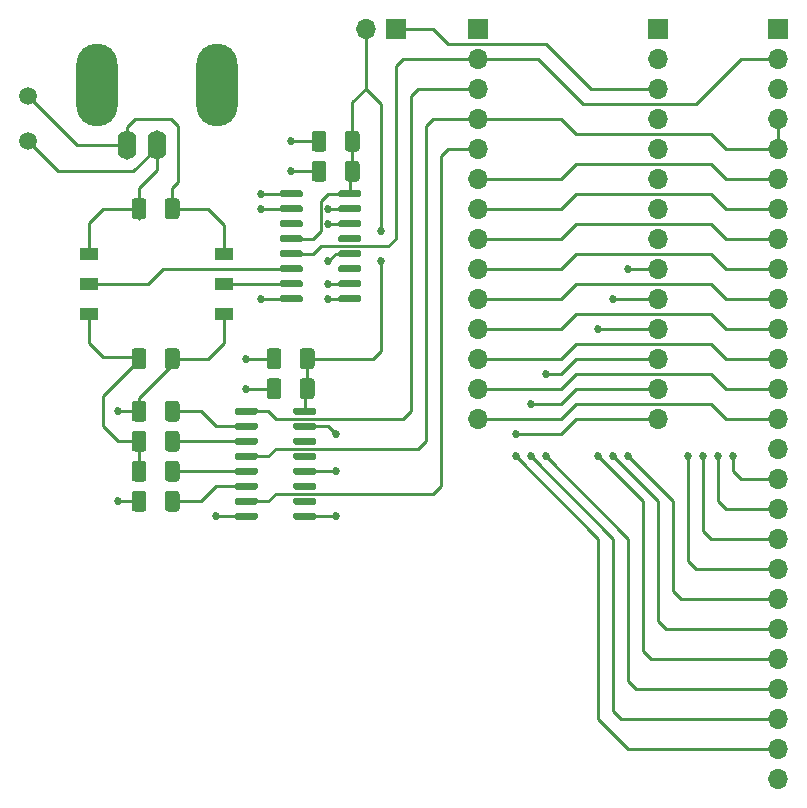
<source format=gbr>
G04 #@! TF.GenerationSoftware,KiCad,Pcbnew,5.1.6*
G04 #@! TF.CreationDate,2020-08-01T17:21:50-05:00*
G04 #@! TF.ProjectId,pcb,7063622e-6b69-4636-9164-5f7063625858,rev?*
G04 #@! TF.SameCoordinates,Original*
G04 #@! TF.FileFunction,Copper,L1,Top*
G04 #@! TF.FilePolarity,Positive*
%FSLAX46Y46*%
G04 Gerber Fmt 4.6, Leading zero omitted, Abs format (unit mm)*
G04 Created by KiCad (PCBNEW 5.1.6) date 2020-08-01 17:21:50*
%MOMM*%
%LPD*%
G01*
G04 APERTURE LIST*
G04 #@! TA.AperFunction,ComponentPad*
%ADD10O,1.700000X1.700000*%
G04 #@! TD*
G04 #@! TA.AperFunction,ComponentPad*
%ADD11R,1.700000X1.700000*%
G04 #@! TD*
G04 #@! TA.AperFunction,ComponentPad*
%ADD12C,1.500000*%
G04 #@! TD*
G04 #@! TA.AperFunction,ComponentPad*
%ADD13O,1.600000X2.500000*%
G04 #@! TD*
G04 #@! TA.AperFunction,ComponentPad*
%ADD14O,3.500000X7.000000*%
G04 #@! TD*
G04 #@! TA.AperFunction,SMDPad,CuDef*
%ADD15R,1.524000X1.016000*%
G04 #@! TD*
G04 #@! TA.AperFunction,ViaPad*
%ADD16C,0.685800*%
G04 #@! TD*
G04 #@! TA.AperFunction,Conductor*
%ADD17C,0.254000*%
G04 #@! TD*
G04 #@! TA.AperFunction,Conductor*
%ADD18C,0.152400*%
G04 #@! TD*
G04 APERTURE END LIST*
D10*
X78105000Y-127000000D03*
X78105000Y-124460000D03*
X78105000Y-121920000D03*
X78105000Y-119380000D03*
X78105000Y-116840000D03*
X78105000Y-114300000D03*
X78105000Y-111760000D03*
X78105000Y-109220000D03*
X78105000Y-106680000D03*
X78105000Y-104140000D03*
X78105000Y-101600000D03*
X78105000Y-99060000D03*
X78105000Y-96520000D03*
X78105000Y-93980000D03*
X78105000Y-91440000D03*
X78105000Y-88900000D03*
X78105000Y-86360000D03*
X78105000Y-83820000D03*
X78105000Y-81280000D03*
X78105000Y-78740000D03*
X78105000Y-76200000D03*
X78105000Y-73660000D03*
X78105000Y-71120000D03*
X78105000Y-68580000D03*
X78105000Y-66040000D03*
D11*
X78105000Y-63500000D03*
D10*
X43180000Y-63500000D03*
D11*
X45720000Y-63500000D03*
D10*
X67945000Y-96520000D03*
X67945000Y-93980000D03*
X67945000Y-91440000D03*
X67945000Y-88900000D03*
X67945000Y-86360000D03*
X67945000Y-83820000D03*
X67945000Y-81280000D03*
X67945000Y-78740000D03*
X67945000Y-76200000D03*
X67945000Y-73660000D03*
X67945000Y-71120000D03*
X67945000Y-68580000D03*
X67945000Y-66040000D03*
D11*
X67945000Y-63500000D03*
D10*
X52705000Y-96520000D03*
X52705000Y-93980000D03*
X52705000Y-91440000D03*
X52705000Y-88900000D03*
X52705000Y-86360000D03*
X52705000Y-83820000D03*
X52705000Y-81280000D03*
X52705000Y-78740000D03*
X52705000Y-76200000D03*
X52705000Y-73660000D03*
X52705000Y-71120000D03*
X52705000Y-68580000D03*
X52705000Y-66040000D03*
D11*
X52705000Y-63500000D03*
G04 #@! TA.AperFunction,SMDPad,CuDef*
G36*
G01*
X37060000Y-96035000D02*
X37060000Y-95735000D01*
G75*
G02*
X37210000Y-95585000I150000J0D01*
G01*
X38860000Y-95585000D01*
G75*
G02*
X39010000Y-95735000I0J-150000D01*
G01*
X39010000Y-96035000D01*
G75*
G02*
X38860000Y-96185000I-150000J0D01*
G01*
X37210000Y-96185000D01*
G75*
G02*
X37060000Y-96035000I0J150000D01*
G01*
G37*
G04 #@! TD.AperFunction*
G04 #@! TA.AperFunction,SMDPad,CuDef*
G36*
G01*
X37060000Y-97305000D02*
X37060000Y-97005000D01*
G75*
G02*
X37210000Y-96855000I150000J0D01*
G01*
X38860000Y-96855000D01*
G75*
G02*
X39010000Y-97005000I0J-150000D01*
G01*
X39010000Y-97305000D01*
G75*
G02*
X38860000Y-97455000I-150000J0D01*
G01*
X37210000Y-97455000D01*
G75*
G02*
X37060000Y-97305000I0J150000D01*
G01*
G37*
G04 #@! TD.AperFunction*
G04 #@! TA.AperFunction,SMDPad,CuDef*
G36*
G01*
X37060000Y-98575000D02*
X37060000Y-98275000D01*
G75*
G02*
X37210000Y-98125000I150000J0D01*
G01*
X38860000Y-98125000D01*
G75*
G02*
X39010000Y-98275000I0J-150000D01*
G01*
X39010000Y-98575000D01*
G75*
G02*
X38860000Y-98725000I-150000J0D01*
G01*
X37210000Y-98725000D01*
G75*
G02*
X37060000Y-98575000I0J150000D01*
G01*
G37*
G04 #@! TD.AperFunction*
G04 #@! TA.AperFunction,SMDPad,CuDef*
G36*
G01*
X37060000Y-99845000D02*
X37060000Y-99545000D01*
G75*
G02*
X37210000Y-99395000I150000J0D01*
G01*
X38860000Y-99395000D01*
G75*
G02*
X39010000Y-99545000I0J-150000D01*
G01*
X39010000Y-99845000D01*
G75*
G02*
X38860000Y-99995000I-150000J0D01*
G01*
X37210000Y-99995000D01*
G75*
G02*
X37060000Y-99845000I0J150000D01*
G01*
G37*
G04 #@! TD.AperFunction*
G04 #@! TA.AperFunction,SMDPad,CuDef*
G36*
G01*
X37060000Y-101115000D02*
X37060000Y-100815000D01*
G75*
G02*
X37210000Y-100665000I150000J0D01*
G01*
X38860000Y-100665000D01*
G75*
G02*
X39010000Y-100815000I0J-150000D01*
G01*
X39010000Y-101115000D01*
G75*
G02*
X38860000Y-101265000I-150000J0D01*
G01*
X37210000Y-101265000D01*
G75*
G02*
X37060000Y-101115000I0J150000D01*
G01*
G37*
G04 #@! TD.AperFunction*
G04 #@! TA.AperFunction,SMDPad,CuDef*
G36*
G01*
X37060000Y-102385000D02*
X37060000Y-102085000D01*
G75*
G02*
X37210000Y-101935000I150000J0D01*
G01*
X38860000Y-101935000D01*
G75*
G02*
X39010000Y-102085000I0J-150000D01*
G01*
X39010000Y-102385000D01*
G75*
G02*
X38860000Y-102535000I-150000J0D01*
G01*
X37210000Y-102535000D01*
G75*
G02*
X37060000Y-102385000I0J150000D01*
G01*
G37*
G04 #@! TD.AperFunction*
G04 #@! TA.AperFunction,SMDPad,CuDef*
G36*
G01*
X37060000Y-103655000D02*
X37060000Y-103355000D01*
G75*
G02*
X37210000Y-103205000I150000J0D01*
G01*
X38860000Y-103205000D01*
G75*
G02*
X39010000Y-103355000I0J-150000D01*
G01*
X39010000Y-103655000D01*
G75*
G02*
X38860000Y-103805000I-150000J0D01*
G01*
X37210000Y-103805000D01*
G75*
G02*
X37060000Y-103655000I0J150000D01*
G01*
G37*
G04 #@! TD.AperFunction*
G04 #@! TA.AperFunction,SMDPad,CuDef*
G36*
G01*
X37060000Y-104925000D02*
X37060000Y-104625000D01*
G75*
G02*
X37210000Y-104475000I150000J0D01*
G01*
X38860000Y-104475000D01*
G75*
G02*
X39010000Y-104625000I0J-150000D01*
G01*
X39010000Y-104925000D01*
G75*
G02*
X38860000Y-105075000I-150000J0D01*
G01*
X37210000Y-105075000D01*
G75*
G02*
X37060000Y-104925000I0J150000D01*
G01*
G37*
G04 #@! TD.AperFunction*
G04 #@! TA.AperFunction,SMDPad,CuDef*
G36*
G01*
X32110000Y-104925000D02*
X32110000Y-104625000D01*
G75*
G02*
X32260000Y-104475000I150000J0D01*
G01*
X33910000Y-104475000D01*
G75*
G02*
X34060000Y-104625000I0J-150000D01*
G01*
X34060000Y-104925000D01*
G75*
G02*
X33910000Y-105075000I-150000J0D01*
G01*
X32260000Y-105075000D01*
G75*
G02*
X32110000Y-104925000I0J150000D01*
G01*
G37*
G04 #@! TD.AperFunction*
G04 #@! TA.AperFunction,SMDPad,CuDef*
G36*
G01*
X32110000Y-103655000D02*
X32110000Y-103355000D01*
G75*
G02*
X32260000Y-103205000I150000J0D01*
G01*
X33910000Y-103205000D01*
G75*
G02*
X34060000Y-103355000I0J-150000D01*
G01*
X34060000Y-103655000D01*
G75*
G02*
X33910000Y-103805000I-150000J0D01*
G01*
X32260000Y-103805000D01*
G75*
G02*
X32110000Y-103655000I0J150000D01*
G01*
G37*
G04 #@! TD.AperFunction*
G04 #@! TA.AperFunction,SMDPad,CuDef*
G36*
G01*
X32110000Y-102385000D02*
X32110000Y-102085000D01*
G75*
G02*
X32260000Y-101935000I150000J0D01*
G01*
X33910000Y-101935000D01*
G75*
G02*
X34060000Y-102085000I0J-150000D01*
G01*
X34060000Y-102385000D01*
G75*
G02*
X33910000Y-102535000I-150000J0D01*
G01*
X32260000Y-102535000D01*
G75*
G02*
X32110000Y-102385000I0J150000D01*
G01*
G37*
G04 #@! TD.AperFunction*
G04 #@! TA.AperFunction,SMDPad,CuDef*
G36*
G01*
X32110000Y-101115000D02*
X32110000Y-100815000D01*
G75*
G02*
X32260000Y-100665000I150000J0D01*
G01*
X33910000Y-100665000D01*
G75*
G02*
X34060000Y-100815000I0J-150000D01*
G01*
X34060000Y-101115000D01*
G75*
G02*
X33910000Y-101265000I-150000J0D01*
G01*
X32260000Y-101265000D01*
G75*
G02*
X32110000Y-101115000I0J150000D01*
G01*
G37*
G04 #@! TD.AperFunction*
G04 #@! TA.AperFunction,SMDPad,CuDef*
G36*
G01*
X32110000Y-99845000D02*
X32110000Y-99545000D01*
G75*
G02*
X32260000Y-99395000I150000J0D01*
G01*
X33910000Y-99395000D01*
G75*
G02*
X34060000Y-99545000I0J-150000D01*
G01*
X34060000Y-99845000D01*
G75*
G02*
X33910000Y-99995000I-150000J0D01*
G01*
X32260000Y-99995000D01*
G75*
G02*
X32110000Y-99845000I0J150000D01*
G01*
G37*
G04 #@! TD.AperFunction*
G04 #@! TA.AperFunction,SMDPad,CuDef*
G36*
G01*
X32110000Y-98575000D02*
X32110000Y-98275000D01*
G75*
G02*
X32260000Y-98125000I150000J0D01*
G01*
X33910000Y-98125000D01*
G75*
G02*
X34060000Y-98275000I0J-150000D01*
G01*
X34060000Y-98575000D01*
G75*
G02*
X33910000Y-98725000I-150000J0D01*
G01*
X32260000Y-98725000D01*
G75*
G02*
X32110000Y-98575000I0J150000D01*
G01*
G37*
G04 #@! TD.AperFunction*
G04 #@! TA.AperFunction,SMDPad,CuDef*
G36*
G01*
X32110000Y-97305000D02*
X32110000Y-97005000D01*
G75*
G02*
X32260000Y-96855000I150000J0D01*
G01*
X33910000Y-96855000D01*
G75*
G02*
X34060000Y-97005000I0J-150000D01*
G01*
X34060000Y-97305000D01*
G75*
G02*
X33910000Y-97455000I-150000J0D01*
G01*
X32260000Y-97455000D01*
G75*
G02*
X32110000Y-97305000I0J150000D01*
G01*
G37*
G04 #@! TD.AperFunction*
G04 #@! TA.AperFunction,SMDPad,CuDef*
G36*
G01*
X32110000Y-96035000D02*
X32110000Y-95735000D01*
G75*
G02*
X32260000Y-95585000I150000J0D01*
G01*
X33910000Y-95585000D01*
G75*
G02*
X34060000Y-95735000I0J-150000D01*
G01*
X34060000Y-96035000D01*
G75*
G02*
X33910000Y-96185000I-150000J0D01*
G01*
X32260000Y-96185000D01*
G75*
G02*
X32110000Y-96035000I0J150000D01*
G01*
G37*
G04 #@! TD.AperFunction*
D12*
X14605000Y-69215000D03*
X14605000Y-73025000D03*
G04 #@! TA.AperFunction,SMDPad,CuDef*
G36*
G01*
X40870000Y-77620000D02*
X40870000Y-77320000D01*
G75*
G02*
X41020000Y-77170000I150000J0D01*
G01*
X42670000Y-77170000D01*
G75*
G02*
X42820000Y-77320000I0J-150000D01*
G01*
X42820000Y-77620000D01*
G75*
G02*
X42670000Y-77770000I-150000J0D01*
G01*
X41020000Y-77770000D01*
G75*
G02*
X40870000Y-77620000I0J150000D01*
G01*
G37*
G04 #@! TD.AperFunction*
G04 #@! TA.AperFunction,SMDPad,CuDef*
G36*
G01*
X40870000Y-78890000D02*
X40870000Y-78590000D01*
G75*
G02*
X41020000Y-78440000I150000J0D01*
G01*
X42670000Y-78440000D01*
G75*
G02*
X42820000Y-78590000I0J-150000D01*
G01*
X42820000Y-78890000D01*
G75*
G02*
X42670000Y-79040000I-150000J0D01*
G01*
X41020000Y-79040000D01*
G75*
G02*
X40870000Y-78890000I0J150000D01*
G01*
G37*
G04 #@! TD.AperFunction*
G04 #@! TA.AperFunction,SMDPad,CuDef*
G36*
G01*
X40870000Y-80160000D02*
X40870000Y-79860000D01*
G75*
G02*
X41020000Y-79710000I150000J0D01*
G01*
X42670000Y-79710000D01*
G75*
G02*
X42820000Y-79860000I0J-150000D01*
G01*
X42820000Y-80160000D01*
G75*
G02*
X42670000Y-80310000I-150000J0D01*
G01*
X41020000Y-80310000D01*
G75*
G02*
X40870000Y-80160000I0J150000D01*
G01*
G37*
G04 #@! TD.AperFunction*
G04 #@! TA.AperFunction,SMDPad,CuDef*
G36*
G01*
X40870000Y-81430000D02*
X40870000Y-81130000D01*
G75*
G02*
X41020000Y-80980000I150000J0D01*
G01*
X42670000Y-80980000D01*
G75*
G02*
X42820000Y-81130000I0J-150000D01*
G01*
X42820000Y-81430000D01*
G75*
G02*
X42670000Y-81580000I-150000J0D01*
G01*
X41020000Y-81580000D01*
G75*
G02*
X40870000Y-81430000I0J150000D01*
G01*
G37*
G04 #@! TD.AperFunction*
G04 #@! TA.AperFunction,SMDPad,CuDef*
G36*
G01*
X40870000Y-82700000D02*
X40870000Y-82400000D01*
G75*
G02*
X41020000Y-82250000I150000J0D01*
G01*
X42670000Y-82250000D01*
G75*
G02*
X42820000Y-82400000I0J-150000D01*
G01*
X42820000Y-82700000D01*
G75*
G02*
X42670000Y-82850000I-150000J0D01*
G01*
X41020000Y-82850000D01*
G75*
G02*
X40870000Y-82700000I0J150000D01*
G01*
G37*
G04 #@! TD.AperFunction*
G04 #@! TA.AperFunction,SMDPad,CuDef*
G36*
G01*
X40870000Y-83970000D02*
X40870000Y-83670000D01*
G75*
G02*
X41020000Y-83520000I150000J0D01*
G01*
X42670000Y-83520000D01*
G75*
G02*
X42820000Y-83670000I0J-150000D01*
G01*
X42820000Y-83970000D01*
G75*
G02*
X42670000Y-84120000I-150000J0D01*
G01*
X41020000Y-84120000D01*
G75*
G02*
X40870000Y-83970000I0J150000D01*
G01*
G37*
G04 #@! TD.AperFunction*
G04 #@! TA.AperFunction,SMDPad,CuDef*
G36*
G01*
X40870000Y-85240000D02*
X40870000Y-84940000D01*
G75*
G02*
X41020000Y-84790000I150000J0D01*
G01*
X42670000Y-84790000D01*
G75*
G02*
X42820000Y-84940000I0J-150000D01*
G01*
X42820000Y-85240000D01*
G75*
G02*
X42670000Y-85390000I-150000J0D01*
G01*
X41020000Y-85390000D01*
G75*
G02*
X40870000Y-85240000I0J150000D01*
G01*
G37*
G04 #@! TD.AperFunction*
G04 #@! TA.AperFunction,SMDPad,CuDef*
G36*
G01*
X40870000Y-86510000D02*
X40870000Y-86210000D01*
G75*
G02*
X41020000Y-86060000I150000J0D01*
G01*
X42670000Y-86060000D01*
G75*
G02*
X42820000Y-86210000I0J-150000D01*
G01*
X42820000Y-86510000D01*
G75*
G02*
X42670000Y-86660000I-150000J0D01*
G01*
X41020000Y-86660000D01*
G75*
G02*
X40870000Y-86510000I0J150000D01*
G01*
G37*
G04 #@! TD.AperFunction*
G04 #@! TA.AperFunction,SMDPad,CuDef*
G36*
G01*
X35920000Y-86510000D02*
X35920000Y-86210000D01*
G75*
G02*
X36070000Y-86060000I150000J0D01*
G01*
X37720000Y-86060000D01*
G75*
G02*
X37870000Y-86210000I0J-150000D01*
G01*
X37870000Y-86510000D01*
G75*
G02*
X37720000Y-86660000I-150000J0D01*
G01*
X36070000Y-86660000D01*
G75*
G02*
X35920000Y-86510000I0J150000D01*
G01*
G37*
G04 #@! TD.AperFunction*
G04 #@! TA.AperFunction,SMDPad,CuDef*
G36*
G01*
X35920000Y-85240000D02*
X35920000Y-84940000D01*
G75*
G02*
X36070000Y-84790000I150000J0D01*
G01*
X37720000Y-84790000D01*
G75*
G02*
X37870000Y-84940000I0J-150000D01*
G01*
X37870000Y-85240000D01*
G75*
G02*
X37720000Y-85390000I-150000J0D01*
G01*
X36070000Y-85390000D01*
G75*
G02*
X35920000Y-85240000I0J150000D01*
G01*
G37*
G04 #@! TD.AperFunction*
G04 #@! TA.AperFunction,SMDPad,CuDef*
G36*
G01*
X35920000Y-83970000D02*
X35920000Y-83670000D01*
G75*
G02*
X36070000Y-83520000I150000J0D01*
G01*
X37720000Y-83520000D01*
G75*
G02*
X37870000Y-83670000I0J-150000D01*
G01*
X37870000Y-83970000D01*
G75*
G02*
X37720000Y-84120000I-150000J0D01*
G01*
X36070000Y-84120000D01*
G75*
G02*
X35920000Y-83970000I0J150000D01*
G01*
G37*
G04 #@! TD.AperFunction*
G04 #@! TA.AperFunction,SMDPad,CuDef*
G36*
G01*
X35920000Y-82700000D02*
X35920000Y-82400000D01*
G75*
G02*
X36070000Y-82250000I150000J0D01*
G01*
X37720000Y-82250000D01*
G75*
G02*
X37870000Y-82400000I0J-150000D01*
G01*
X37870000Y-82700000D01*
G75*
G02*
X37720000Y-82850000I-150000J0D01*
G01*
X36070000Y-82850000D01*
G75*
G02*
X35920000Y-82700000I0J150000D01*
G01*
G37*
G04 #@! TD.AperFunction*
G04 #@! TA.AperFunction,SMDPad,CuDef*
G36*
G01*
X35920000Y-81430000D02*
X35920000Y-81130000D01*
G75*
G02*
X36070000Y-80980000I150000J0D01*
G01*
X37720000Y-80980000D01*
G75*
G02*
X37870000Y-81130000I0J-150000D01*
G01*
X37870000Y-81430000D01*
G75*
G02*
X37720000Y-81580000I-150000J0D01*
G01*
X36070000Y-81580000D01*
G75*
G02*
X35920000Y-81430000I0J150000D01*
G01*
G37*
G04 #@! TD.AperFunction*
G04 #@! TA.AperFunction,SMDPad,CuDef*
G36*
G01*
X35920000Y-80160000D02*
X35920000Y-79860000D01*
G75*
G02*
X36070000Y-79710000I150000J0D01*
G01*
X37720000Y-79710000D01*
G75*
G02*
X37870000Y-79860000I0J-150000D01*
G01*
X37870000Y-80160000D01*
G75*
G02*
X37720000Y-80310000I-150000J0D01*
G01*
X36070000Y-80310000D01*
G75*
G02*
X35920000Y-80160000I0J150000D01*
G01*
G37*
G04 #@! TD.AperFunction*
G04 #@! TA.AperFunction,SMDPad,CuDef*
G36*
G01*
X35920000Y-78890000D02*
X35920000Y-78590000D01*
G75*
G02*
X36070000Y-78440000I150000J0D01*
G01*
X37720000Y-78440000D01*
G75*
G02*
X37870000Y-78590000I0J-150000D01*
G01*
X37870000Y-78890000D01*
G75*
G02*
X37720000Y-79040000I-150000J0D01*
G01*
X36070000Y-79040000D01*
G75*
G02*
X35920000Y-78890000I0J150000D01*
G01*
G37*
G04 #@! TD.AperFunction*
G04 #@! TA.AperFunction,SMDPad,CuDef*
G36*
G01*
X35920000Y-77620000D02*
X35920000Y-77320000D01*
G75*
G02*
X36070000Y-77170000I150000J0D01*
G01*
X37720000Y-77170000D01*
G75*
G02*
X37870000Y-77320000I0J-150000D01*
G01*
X37870000Y-77620000D01*
G75*
G02*
X37720000Y-77770000I-150000J0D01*
G01*
X36070000Y-77770000D01*
G75*
G02*
X35920000Y-77620000I0J150000D01*
G01*
G37*
G04 #@! TD.AperFunction*
D13*
X22940000Y-73320000D03*
X25480000Y-73320000D03*
D14*
X30560000Y-68240000D03*
X20400000Y-68240000D03*
G04 #@! TA.AperFunction,SMDPad,CuDef*
G36*
G01*
X26175000Y-79365000D02*
X26175000Y-78115000D01*
G75*
G02*
X26425000Y-77865000I250000J0D01*
G01*
X27175000Y-77865000D01*
G75*
G02*
X27425000Y-78115000I0J-250000D01*
G01*
X27425000Y-79365000D01*
G75*
G02*
X27175000Y-79615000I-250000J0D01*
G01*
X26425000Y-79615000D01*
G75*
G02*
X26175000Y-79365000I0J250000D01*
G01*
G37*
G04 #@! TD.AperFunction*
G04 #@! TA.AperFunction,SMDPad,CuDef*
G36*
G01*
X23375000Y-79365000D02*
X23375000Y-78115000D01*
G75*
G02*
X23625000Y-77865000I250000J0D01*
G01*
X24375000Y-77865000D01*
G75*
G02*
X24625000Y-78115000I0J-250000D01*
G01*
X24625000Y-79365000D01*
G75*
G02*
X24375000Y-79615000I-250000J0D01*
G01*
X23625000Y-79615000D01*
G75*
G02*
X23375000Y-79365000I0J250000D01*
G01*
G37*
G04 #@! TD.AperFunction*
G04 #@! TA.AperFunction,SMDPad,CuDef*
G36*
G01*
X24625000Y-90815000D02*
X24625000Y-92065000D01*
G75*
G02*
X24375000Y-92315000I-250000J0D01*
G01*
X23625000Y-92315000D01*
G75*
G02*
X23375000Y-92065000I0J250000D01*
G01*
X23375000Y-90815000D01*
G75*
G02*
X23625000Y-90565000I250000J0D01*
G01*
X24375000Y-90565000D01*
G75*
G02*
X24625000Y-90815000I0J-250000D01*
G01*
G37*
G04 #@! TD.AperFunction*
G04 #@! TA.AperFunction,SMDPad,CuDef*
G36*
G01*
X27425000Y-90815000D02*
X27425000Y-92065000D01*
G75*
G02*
X27175000Y-92315000I-250000J0D01*
G01*
X26425000Y-92315000D01*
G75*
G02*
X26175000Y-92065000I0J250000D01*
G01*
X26175000Y-90815000D01*
G75*
G02*
X26425000Y-90565000I250000J0D01*
G01*
X27175000Y-90565000D01*
G75*
G02*
X27425000Y-90815000I0J-250000D01*
G01*
G37*
G04 #@! TD.AperFunction*
G04 #@! TA.AperFunction,SMDPad,CuDef*
G36*
G01*
X26175000Y-104130000D02*
X26175000Y-102880000D01*
G75*
G02*
X26425000Y-102630000I250000J0D01*
G01*
X27175000Y-102630000D01*
G75*
G02*
X27425000Y-102880000I0J-250000D01*
G01*
X27425000Y-104130000D01*
G75*
G02*
X27175000Y-104380000I-250000J0D01*
G01*
X26425000Y-104380000D01*
G75*
G02*
X26175000Y-104130000I0J250000D01*
G01*
G37*
G04 #@! TD.AperFunction*
G04 #@! TA.AperFunction,SMDPad,CuDef*
G36*
G01*
X23375000Y-104130000D02*
X23375000Y-102880000D01*
G75*
G02*
X23625000Y-102630000I250000J0D01*
G01*
X24375000Y-102630000D01*
G75*
G02*
X24625000Y-102880000I0J-250000D01*
G01*
X24625000Y-104130000D01*
G75*
G02*
X24375000Y-104380000I-250000J0D01*
G01*
X23625000Y-104380000D01*
G75*
G02*
X23375000Y-104130000I0J250000D01*
G01*
G37*
G04 #@! TD.AperFunction*
G04 #@! TA.AperFunction,SMDPad,CuDef*
G36*
G01*
X26175000Y-101590000D02*
X26175000Y-100340000D01*
G75*
G02*
X26425000Y-100090000I250000J0D01*
G01*
X27175000Y-100090000D01*
G75*
G02*
X27425000Y-100340000I0J-250000D01*
G01*
X27425000Y-101590000D01*
G75*
G02*
X27175000Y-101840000I-250000J0D01*
G01*
X26425000Y-101840000D01*
G75*
G02*
X26175000Y-101590000I0J250000D01*
G01*
G37*
G04 #@! TD.AperFunction*
G04 #@! TA.AperFunction,SMDPad,CuDef*
G36*
G01*
X23375000Y-101590000D02*
X23375000Y-100340000D01*
G75*
G02*
X23625000Y-100090000I250000J0D01*
G01*
X24375000Y-100090000D01*
G75*
G02*
X24625000Y-100340000I0J-250000D01*
G01*
X24625000Y-101590000D01*
G75*
G02*
X24375000Y-101840000I-250000J0D01*
G01*
X23625000Y-101840000D01*
G75*
G02*
X23375000Y-101590000I0J250000D01*
G01*
G37*
G04 #@! TD.AperFunction*
G04 #@! TA.AperFunction,SMDPad,CuDef*
G36*
G01*
X24625000Y-95260000D02*
X24625000Y-96510000D01*
G75*
G02*
X24375000Y-96760000I-250000J0D01*
G01*
X23625000Y-96760000D01*
G75*
G02*
X23375000Y-96510000I0J250000D01*
G01*
X23375000Y-95260000D01*
G75*
G02*
X23625000Y-95010000I250000J0D01*
G01*
X24375000Y-95010000D01*
G75*
G02*
X24625000Y-95260000I0J-250000D01*
G01*
G37*
G04 #@! TD.AperFunction*
G04 #@! TA.AperFunction,SMDPad,CuDef*
G36*
G01*
X27425000Y-95260000D02*
X27425000Y-96510000D01*
G75*
G02*
X27175000Y-96760000I-250000J0D01*
G01*
X26425000Y-96760000D01*
G75*
G02*
X26175000Y-96510000I0J250000D01*
G01*
X26175000Y-95260000D01*
G75*
G02*
X26425000Y-95010000I250000J0D01*
G01*
X27175000Y-95010000D01*
G75*
G02*
X27425000Y-95260000I0J-250000D01*
G01*
G37*
G04 #@! TD.AperFunction*
G04 #@! TA.AperFunction,SMDPad,CuDef*
G36*
G01*
X26175000Y-99050000D02*
X26175000Y-97800000D01*
G75*
G02*
X26425000Y-97550000I250000J0D01*
G01*
X27175000Y-97550000D01*
G75*
G02*
X27425000Y-97800000I0J-250000D01*
G01*
X27425000Y-99050000D01*
G75*
G02*
X27175000Y-99300000I-250000J0D01*
G01*
X26425000Y-99300000D01*
G75*
G02*
X26175000Y-99050000I0J250000D01*
G01*
G37*
G04 #@! TD.AperFunction*
G04 #@! TA.AperFunction,SMDPad,CuDef*
G36*
G01*
X23375000Y-99050000D02*
X23375000Y-97800000D01*
G75*
G02*
X23625000Y-97550000I250000J0D01*
G01*
X24375000Y-97550000D01*
G75*
G02*
X24625000Y-97800000I0J-250000D01*
G01*
X24625000Y-99050000D01*
G75*
G02*
X24375000Y-99300000I-250000J0D01*
G01*
X23625000Y-99300000D01*
G75*
G02*
X23375000Y-99050000I0J250000D01*
G01*
G37*
G04 #@! TD.AperFunction*
G04 #@! TA.AperFunction,SMDPad,CuDef*
G36*
G01*
X39865000Y-72400000D02*
X39865000Y-73650000D01*
G75*
G02*
X39615000Y-73900000I-250000J0D01*
G01*
X38865000Y-73900000D01*
G75*
G02*
X38615000Y-73650000I0J250000D01*
G01*
X38615000Y-72400000D01*
G75*
G02*
X38865000Y-72150000I250000J0D01*
G01*
X39615000Y-72150000D01*
G75*
G02*
X39865000Y-72400000I0J-250000D01*
G01*
G37*
G04 #@! TD.AperFunction*
G04 #@! TA.AperFunction,SMDPad,CuDef*
G36*
G01*
X42665000Y-72400000D02*
X42665000Y-73650000D01*
G75*
G02*
X42415000Y-73900000I-250000J0D01*
G01*
X41665000Y-73900000D01*
G75*
G02*
X41415000Y-73650000I0J250000D01*
G01*
X41415000Y-72400000D01*
G75*
G02*
X41665000Y-72150000I250000J0D01*
G01*
X42415000Y-72150000D01*
G75*
G02*
X42665000Y-72400000I0J-250000D01*
G01*
G37*
G04 #@! TD.AperFunction*
G04 #@! TA.AperFunction,SMDPad,CuDef*
G36*
G01*
X39865000Y-74940000D02*
X39865000Y-76190000D01*
G75*
G02*
X39615000Y-76440000I-250000J0D01*
G01*
X38865000Y-76440000D01*
G75*
G02*
X38615000Y-76190000I0J250000D01*
G01*
X38615000Y-74940000D01*
G75*
G02*
X38865000Y-74690000I250000J0D01*
G01*
X39615000Y-74690000D01*
G75*
G02*
X39865000Y-74940000I0J-250000D01*
G01*
G37*
G04 #@! TD.AperFunction*
G04 #@! TA.AperFunction,SMDPad,CuDef*
G36*
G01*
X42665000Y-74940000D02*
X42665000Y-76190000D01*
G75*
G02*
X42415000Y-76440000I-250000J0D01*
G01*
X41665000Y-76440000D01*
G75*
G02*
X41415000Y-76190000I0J250000D01*
G01*
X41415000Y-74940000D01*
G75*
G02*
X41665000Y-74690000I250000J0D01*
G01*
X42415000Y-74690000D01*
G75*
G02*
X42665000Y-74940000I0J-250000D01*
G01*
G37*
G04 #@! TD.AperFunction*
G04 #@! TA.AperFunction,SMDPad,CuDef*
G36*
G01*
X36055000Y-90815000D02*
X36055000Y-92065000D01*
G75*
G02*
X35805000Y-92315000I-250000J0D01*
G01*
X35055000Y-92315000D01*
G75*
G02*
X34805000Y-92065000I0J250000D01*
G01*
X34805000Y-90815000D01*
G75*
G02*
X35055000Y-90565000I250000J0D01*
G01*
X35805000Y-90565000D01*
G75*
G02*
X36055000Y-90815000I0J-250000D01*
G01*
G37*
G04 #@! TD.AperFunction*
G04 #@! TA.AperFunction,SMDPad,CuDef*
G36*
G01*
X38855000Y-90815000D02*
X38855000Y-92065000D01*
G75*
G02*
X38605000Y-92315000I-250000J0D01*
G01*
X37855000Y-92315000D01*
G75*
G02*
X37605000Y-92065000I0J250000D01*
G01*
X37605000Y-90815000D01*
G75*
G02*
X37855000Y-90565000I250000J0D01*
G01*
X38605000Y-90565000D01*
G75*
G02*
X38855000Y-90815000I0J-250000D01*
G01*
G37*
G04 #@! TD.AperFunction*
G04 #@! TA.AperFunction,SMDPad,CuDef*
G36*
G01*
X36055000Y-93355000D02*
X36055000Y-94605000D01*
G75*
G02*
X35805000Y-94855000I-250000J0D01*
G01*
X35055000Y-94855000D01*
G75*
G02*
X34805000Y-94605000I0J250000D01*
G01*
X34805000Y-93355000D01*
G75*
G02*
X35055000Y-93105000I250000J0D01*
G01*
X35805000Y-93105000D01*
G75*
G02*
X36055000Y-93355000I0J-250000D01*
G01*
G37*
G04 #@! TD.AperFunction*
G04 #@! TA.AperFunction,SMDPad,CuDef*
G36*
G01*
X38855000Y-93355000D02*
X38855000Y-94605000D01*
G75*
G02*
X38605000Y-94855000I-250000J0D01*
G01*
X37855000Y-94855000D01*
G75*
G02*
X37605000Y-94605000I0J250000D01*
G01*
X37605000Y-93355000D01*
G75*
G02*
X37855000Y-93105000I250000J0D01*
G01*
X38605000Y-93105000D01*
G75*
G02*
X38855000Y-93355000I0J-250000D01*
G01*
G37*
G04 #@! TD.AperFunction*
D15*
X19765000Y-82550000D03*
X19765000Y-85090000D03*
X31195000Y-85090000D03*
X31195000Y-82550000D03*
X19765000Y-87630000D03*
X31195000Y-87630000D03*
D16*
X36830000Y-75565000D03*
X33020000Y-93980000D03*
X40640000Y-104775000D03*
X40640000Y-97790000D03*
X40640000Y-100965000D03*
X30480000Y-104775000D03*
X34290000Y-86360000D03*
X40005000Y-80010000D03*
X40005000Y-83185000D03*
X36830000Y-73025000D03*
X33020000Y-91440000D03*
X40005000Y-85090000D03*
X40005000Y-86360000D03*
X40005000Y-78740000D03*
X34290000Y-77470000D03*
X34290000Y-78740000D03*
X44450000Y-80645000D03*
X44450000Y-83185000D03*
X22225000Y-95885000D03*
X22225000Y-103505000D03*
X55880000Y-97790000D03*
X55880000Y-99695000D03*
X57150000Y-95250000D03*
X57150000Y-99695000D03*
X58420000Y-92710000D03*
X58420000Y-99695000D03*
X62865000Y-88900000D03*
X62865000Y-99695000D03*
X64135000Y-86360000D03*
X64135000Y-99695000D03*
X65405000Y-83820000D03*
X65405000Y-99695000D03*
X70485000Y-99695000D03*
X71755000Y-99695000D03*
X73025000Y-99695000D03*
X74295000Y-99695000D03*
D17*
X40640000Y-82550000D02*
X41845000Y-82550000D01*
X39240000Y-75565000D02*
X36830000Y-75565000D01*
X36830000Y-75565000D02*
X36830000Y-75565000D01*
X36830000Y-77405000D02*
X36895000Y-77470000D01*
X35430000Y-93980000D02*
X33020000Y-93980000D01*
X33020000Y-93980000D02*
X33020000Y-93980000D01*
X38035000Y-104775000D02*
X40640000Y-104775000D01*
X40640000Y-104775000D02*
X40640000Y-104775000D01*
X38035000Y-100965000D02*
X40640000Y-100965000D01*
X38035000Y-97155000D02*
X40005000Y-97155000D01*
X40005000Y-97155000D02*
X40640000Y-97790000D01*
X40640000Y-97790000D02*
X40640000Y-97790000D01*
X40640000Y-100965000D02*
X40640000Y-100965000D01*
X33085000Y-104775000D02*
X30480000Y-104775000D01*
X30480000Y-104775000D02*
X30480000Y-104775000D01*
X36895000Y-86360000D02*
X34290000Y-86360000D01*
X34290000Y-86360000D02*
X34290000Y-86360000D01*
X41910000Y-86425000D02*
X41845000Y-86360000D01*
X41845000Y-80010000D02*
X40005000Y-80010000D01*
X40005000Y-80010000D02*
X40005000Y-80010000D01*
X40005000Y-83185000D02*
X40005000Y-83185000D01*
X39240000Y-73025000D02*
X36830000Y-73025000D01*
X36830000Y-73025000D02*
X36830000Y-73025000D01*
X35430000Y-91440000D02*
X33020000Y-91440000D01*
X40005000Y-83185000D02*
X40640000Y-82550000D01*
X41845000Y-85090000D02*
X40005000Y-85090000D01*
X41845000Y-86360000D02*
X40005000Y-86360000D01*
X40005000Y-78740000D02*
X41845000Y-78740000D01*
X36895000Y-77470000D02*
X34290000Y-77470000D01*
X36895000Y-78740000D02*
X34290000Y-78740000D01*
X38035000Y-94175000D02*
X38230000Y-93980000D01*
X38035000Y-95885000D02*
X38035000Y-94175000D01*
X38230000Y-93980000D02*
X38230000Y-91440000D01*
X41845000Y-75760000D02*
X42040000Y-75565000D01*
X41845000Y-77470000D02*
X41845000Y-75760000D01*
X42040000Y-75565000D02*
X42040000Y-73025000D01*
X36895000Y-81280000D02*
X38735000Y-81280000D01*
X38735000Y-81280000D02*
X39370000Y-80645000D01*
X39370000Y-80645000D02*
X39370000Y-78105000D01*
X39370000Y-78105000D02*
X40005000Y-77470000D01*
X40005000Y-77470000D02*
X41845000Y-77470000D01*
X42040000Y-73025000D02*
X42040000Y-69720000D01*
X43180000Y-68580000D02*
X43180000Y-63500000D01*
X42040000Y-69720000D02*
X43180000Y-68580000D01*
X43180000Y-68580000D02*
X43815000Y-69215000D01*
X44450000Y-80645000D02*
X44450000Y-80645000D01*
X44450000Y-83185000D02*
X44450000Y-90805000D01*
X44450000Y-90805000D02*
X43815000Y-91440000D01*
X43180000Y-91440000D02*
X38230000Y-91440000D01*
X43180000Y-91440000D02*
X43815000Y-91440000D01*
X43815000Y-69215000D02*
X44450000Y-69850000D01*
X44450000Y-69850000D02*
X44450000Y-80645000D01*
X30480000Y-98425000D02*
X32965000Y-98425000D01*
X26800000Y-98425000D02*
X30480000Y-98425000D01*
X24000000Y-98425000D02*
X24000000Y-100965000D01*
X19765000Y-87630000D02*
X19765000Y-90090000D01*
X19765000Y-90090000D02*
X20955000Y-91280000D01*
X23840000Y-91280000D02*
X24000000Y-91440000D01*
X21115000Y-91280000D02*
X23840000Y-91280000D01*
X20955000Y-91280000D02*
X21115000Y-91280000D01*
X22225000Y-98425000D02*
X24000000Y-98425000D01*
X20955000Y-94615000D02*
X20955000Y-97155000D01*
X20955000Y-97155000D02*
X22225000Y-98425000D01*
X24000000Y-91570000D02*
X20955000Y-94615000D01*
X24000000Y-91440000D02*
X24000000Y-91570000D01*
X23375000Y-103505000D02*
X24000000Y-103505000D01*
X24000000Y-95885000D02*
X22225000Y-95885000D01*
X24000000Y-103505000D02*
X22225000Y-103505000D01*
X22225000Y-95885000D02*
X22225000Y-95885000D01*
X22225000Y-103505000D02*
X22225000Y-103505000D01*
X31195000Y-87630000D02*
X31195000Y-90090000D01*
X31195000Y-90090000D02*
X29845000Y-91440000D01*
X29845000Y-91440000D02*
X26800000Y-91440000D01*
X24000000Y-95885000D02*
X24000000Y-94745000D01*
X26800000Y-91945000D02*
X26800000Y-91440000D01*
X24000000Y-94745000D02*
X26800000Y-91945000D01*
X30480000Y-97155000D02*
X32965000Y-97155000D01*
X29210000Y-95885000D02*
X30480000Y-97155000D01*
X26800000Y-95885000D02*
X29210000Y-95885000D01*
X26800000Y-100965000D02*
X28575000Y-100965000D01*
X30480000Y-100965000D02*
X32965000Y-100965000D01*
X28575000Y-100965000D02*
X30480000Y-100965000D01*
X26800000Y-103505000D02*
X29210000Y-103505000D01*
X29210000Y-103505000D02*
X30480000Y-102235000D01*
X30480000Y-102235000D02*
X33085000Y-102235000D01*
D18*
X22940000Y-72470000D02*
X22940000Y-73320000D01*
D17*
X22940000Y-71816000D02*
X22940000Y-73320000D01*
X23636000Y-71120000D02*
X22940000Y-71816000D01*
X26670000Y-71120000D02*
X23636000Y-71120000D01*
D18*
X19685000Y-82550000D02*
X20320000Y-82550000D01*
D17*
X24000000Y-78740000D02*
X24000000Y-79615000D01*
X26070000Y-73320000D02*
X25480000Y-73320000D01*
X34925000Y-85090000D02*
X36895000Y-85090000D01*
X31195000Y-85090000D02*
X34925000Y-85090000D01*
X50165000Y-66040000D02*
X48260000Y-66040000D01*
X52705000Y-66040000D02*
X50165000Y-66040000D01*
X46990000Y-66040000D02*
X50165000Y-66040000D01*
X46355000Y-66040000D02*
X46990000Y-66040000D01*
X45720000Y-81280000D02*
X45720000Y-66675000D01*
X45085000Y-81915000D02*
X45720000Y-81280000D01*
X39370000Y-81915000D02*
X45085000Y-81915000D01*
X45720000Y-66675000D02*
X46355000Y-66040000D01*
X38735000Y-82550000D02*
X39370000Y-81915000D01*
X36895000Y-82550000D02*
X38735000Y-82550000D01*
X32965000Y-95885000D02*
X34925000Y-95885000D01*
X34925000Y-95885000D02*
X35560000Y-96520000D01*
X45720000Y-96520000D02*
X45720000Y-96520000D01*
X44450000Y-96520000D02*
X45085000Y-96520000D01*
X35560000Y-96520000D02*
X44450000Y-96520000D01*
X32965000Y-103505000D02*
X34925000Y-103505000D01*
X34925000Y-103505000D02*
X35560000Y-102870000D01*
X35560000Y-102870000D02*
X38862280Y-102870000D01*
X45085000Y-102870000D02*
X46990000Y-102870000D01*
X38735000Y-102870000D02*
X45085000Y-102870000D01*
X32965000Y-99695000D02*
X34925000Y-99695000D01*
X34925000Y-99695000D02*
X35560000Y-99060000D01*
X38735000Y-99060000D02*
X38862280Y-99060000D01*
X35560000Y-99060000D02*
X38735000Y-99060000D01*
X44450000Y-99060000D02*
X45720000Y-99060000D01*
X38735000Y-99060000D02*
X44450000Y-99060000D01*
X18710000Y-73320000D02*
X14605000Y-69215000D01*
X22940000Y-73320000D02*
X18710000Y-73320000D01*
X29845000Y-78740000D02*
X26800000Y-78740000D01*
X31195000Y-80090000D02*
X29845000Y-78740000D01*
X31195000Y-82550000D02*
X31195000Y-80090000D01*
X26670000Y-71120000D02*
X27305000Y-71755000D01*
X26800000Y-78740000D02*
X26800000Y-76965000D01*
X26800000Y-76965000D02*
X27305000Y-76460000D01*
X27305000Y-76460000D02*
X27305000Y-71755000D01*
X20955000Y-78740000D02*
X24000000Y-78740000D01*
X19765000Y-79930000D02*
X20955000Y-78740000D01*
X19765000Y-82550000D02*
X19765000Y-79930000D01*
X25480000Y-75485000D02*
X25480000Y-73320000D01*
X24000000Y-76965000D02*
X25480000Y-75485000D01*
X24000000Y-78740000D02*
X24000000Y-76965000D01*
X25480000Y-73320000D02*
X25480000Y-73580000D01*
X25480000Y-73580000D02*
X23495000Y-75565000D01*
X17145000Y-75565000D02*
X14605000Y-73025000D01*
X23495000Y-75565000D02*
X17145000Y-75565000D01*
X34925000Y-83820000D02*
X36895000Y-83820000D01*
X26035000Y-83820000D02*
X34925000Y-83820000D01*
X24765000Y-85090000D02*
X26035000Y-83820000D01*
X19765000Y-85090000D02*
X24765000Y-85090000D01*
X52705000Y-96520000D02*
X59690000Y-96520000D01*
X59690000Y-96520000D02*
X60960000Y-95250000D01*
X60960000Y-95250000D02*
X72390000Y-95250000D01*
X72390000Y-95250000D02*
X73660000Y-96520000D01*
X73660000Y-96520000D02*
X78105000Y-96520000D01*
X52705000Y-93980000D02*
X59690000Y-93980000D01*
X59690000Y-93980000D02*
X60960000Y-92710000D01*
X60960000Y-92710000D02*
X72390000Y-92710000D01*
X72390000Y-92710000D02*
X73660000Y-93980000D01*
X73660000Y-93980000D02*
X78105000Y-93980000D01*
X73660000Y-91440000D02*
X78105000Y-91440000D01*
X60960000Y-90170000D02*
X72390000Y-90170000D01*
X72390000Y-90170000D02*
X73660000Y-91440000D01*
X59690000Y-91440000D02*
X60960000Y-90170000D01*
X52705000Y-91440000D02*
X59690000Y-91440000D01*
X73660000Y-88900000D02*
X78105000Y-88900000D01*
X60960000Y-87630000D02*
X72390000Y-87630000D01*
X59690000Y-88900000D02*
X60960000Y-87630000D01*
X72390000Y-87630000D02*
X73660000Y-88900000D01*
X52705000Y-88900000D02*
X59690000Y-88900000D01*
X72390000Y-85090000D02*
X73660000Y-86360000D01*
X73660000Y-86360000D02*
X78105000Y-86360000D01*
X60960000Y-85090000D02*
X72390000Y-85090000D01*
X59690000Y-86360000D02*
X60960000Y-85090000D01*
X52705000Y-86360000D02*
X59690000Y-86360000D01*
X59690000Y-83820000D02*
X60960000Y-82550000D01*
X52705000Y-83820000D02*
X59690000Y-83820000D01*
X60960000Y-82550000D02*
X72390000Y-82550000D01*
X72390000Y-82550000D02*
X73660000Y-83820000D01*
X73660000Y-83820000D02*
X78105000Y-83820000D01*
X59690000Y-81280000D02*
X60960000Y-80010000D01*
X59690000Y-81280000D02*
X52705000Y-81280000D01*
X60960000Y-80010000D02*
X72390000Y-80010000D01*
X72390000Y-80010000D02*
X73660000Y-81280000D01*
X73660000Y-81280000D02*
X78105000Y-81280000D01*
X59690000Y-78740000D02*
X60960000Y-77470000D01*
X59690000Y-78740000D02*
X52705000Y-78740000D01*
X60960000Y-77470000D02*
X72390000Y-77470000D01*
X72390000Y-77470000D02*
X73660000Y-78740000D01*
X73660000Y-78740000D02*
X78105000Y-78740000D01*
X59690000Y-76200000D02*
X60960000Y-74930000D01*
X59690000Y-76200000D02*
X52705000Y-76200000D01*
X60960000Y-74930000D02*
X72390000Y-74930000D01*
X72390000Y-74930000D02*
X73660000Y-76200000D01*
X73660000Y-76200000D02*
X78105000Y-76200000D01*
X57785000Y-66040000D02*
X52705000Y-66040000D01*
X61595000Y-69850000D02*
X57785000Y-66040000D01*
X78105000Y-66040000D02*
X75565000Y-66040000D01*
X71120000Y-69850000D02*
X74930000Y-66040000D01*
X71120000Y-69850000D02*
X61595000Y-69850000D01*
X74930000Y-66040000D02*
X75565000Y-66040000D01*
X46355000Y-96520000D02*
X44450000Y-96520000D01*
X46990000Y-95885000D02*
X46355000Y-96520000D01*
X46990000Y-69215000D02*
X46990000Y-95885000D01*
X47625000Y-68580000D02*
X46990000Y-69215000D01*
X52705000Y-68580000D02*
X47625000Y-68580000D01*
X50165000Y-73660000D02*
X52705000Y-73660000D01*
X49530000Y-74295000D02*
X50165000Y-73660000D01*
X48895000Y-102870000D02*
X49530000Y-102235000D01*
X49530000Y-102235000D02*
X49530000Y-74295000D01*
X45085000Y-102870000D02*
X48895000Y-102870000D01*
X48895000Y-71120000D02*
X52705000Y-71120000D01*
X48260000Y-71755000D02*
X48895000Y-71120000D01*
X48260000Y-98425000D02*
X48260000Y-71755000D01*
X47625000Y-99060000D02*
X48260000Y-98425000D01*
X44450000Y-99060000D02*
X47625000Y-99060000D01*
X76200000Y-73660000D02*
X78105000Y-73660000D01*
X52705000Y-71120000D02*
X59690000Y-71120000D01*
X59690000Y-71120000D02*
X60960000Y-72390000D01*
X60960000Y-72390000D02*
X72390000Y-72390000D01*
X72390000Y-72390000D02*
X73660000Y-73660000D01*
X73660000Y-73660000D02*
X78105000Y-73660000D01*
X78105000Y-73660000D02*
X78105000Y-71120000D01*
X67945000Y-96520000D02*
X60960000Y-96520000D01*
X60960000Y-96520000D02*
X59690000Y-97790000D01*
X59690000Y-97790000D02*
X55880000Y-97790000D01*
X55880000Y-97790000D02*
X55880000Y-97790000D01*
X55880000Y-99695000D02*
X62865000Y-106680000D01*
X62865000Y-106680000D02*
X62865000Y-121920000D01*
X62865000Y-121920000D02*
X65405000Y-124460000D01*
X65405000Y-124460000D02*
X78105000Y-124460000D01*
X67945000Y-93980000D02*
X60960000Y-93980000D01*
X60960000Y-93980000D02*
X59690000Y-95250000D01*
X59690000Y-95250000D02*
X58420000Y-95250000D01*
X58420000Y-95250000D02*
X57150000Y-95250000D01*
X57150000Y-95250000D02*
X57150000Y-95250000D01*
X57150000Y-99695000D02*
X64135000Y-106680000D01*
X64135000Y-106680000D02*
X64135000Y-121285000D01*
X64135000Y-121285000D02*
X64770000Y-121920000D01*
X64770000Y-121920000D02*
X78105000Y-121920000D01*
X67945000Y-91440000D02*
X60960000Y-91440000D01*
X60960000Y-91440000D02*
X59690000Y-92710000D01*
X59690000Y-92710000D02*
X58420000Y-92710000D01*
X58420000Y-92710000D02*
X58420000Y-92710000D01*
X66040000Y-119380000D02*
X78105000Y-119380000D01*
X65405000Y-118745000D02*
X66040000Y-119380000D01*
X65405000Y-106680000D02*
X65405000Y-118745000D01*
X58420000Y-99695000D02*
X65405000Y-106680000D01*
X67945000Y-88900000D02*
X62865000Y-88900000D01*
X62865000Y-99695000D02*
X66675000Y-103505000D01*
X66675000Y-103505000D02*
X66675000Y-116205000D01*
X66675000Y-116205000D02*
X67310000Y-116840000D01*
X67310000Y-116840000D02*
X78105000Y-116840000D01*
X67945000Y-86360000D02*
X64135000Y-86360000D01*
X68580000Y-114300000D02*
X78105000Y-114300000D01*
X67945000Y-113665000D02*
X68580000Y-114300000D01*
X67945000Y-103505000D02*
X67945000Y-113665000D01*
X64135000Y-99695000D02*
X67945000Y-103505000D01*
X67945000Y-83820000D02*
X65405000Y-83820000D01*
X69850000Y-111760000D02*
X78105000Y-111760000D01*
X69215000Y-111125000D02*
X69850000Y-111760000D01*
X69215000Y-103505000D02*
X69215000Y-111125000D01*
X65405000Y-99695000D02*
X69215000Y-103505000D01*
X71120000Y-109220000D02*
X78105000Y-109220000D01*
X70485000Y-108585000D02*
X71120000Y-109220000D01*
X70485000Y-99695000D02*
X70485000Y-108585000D01*
X72390000Y-106680000D02*
X78105000Y-106680000D01*
X71755000Y-106045000D02*
X72390000Y-106680000D01*
X71755000Y-99695000D02*
X71755000Y-106045000D01*
X73025000Y-103505000D02*
X73660000Y-104140000D01*
X73660000Y-104140000D02*
X78105000Y-104140000D01*
X73025000Y-99695000D02*
X73025000Y-103505000D01*
X74295000Y-100965000D02*
X74930000Y-101600000D01*
X74930000Y-101600000D02*
X78105000Y-101600000D01*
X74295000Y-99695000D02*
X74295000Y-100965000D01*
X65405000Y-68580000D02*
X67945000Y-68580000D01*
X58420000Y-64770000D02*
X62230000Y-68580000D01*
X50165000Y-64770000D02*
X58420000Y-64770000D01*
X62230000Y-68580000D02*
X65405000Y-68580000D01*
X48895000Y-63500000D02*
X50165000Y-64770000D01*
X45720000Y-63500000D02*
X48895000Y-63500000D01*
M02*

</source>
